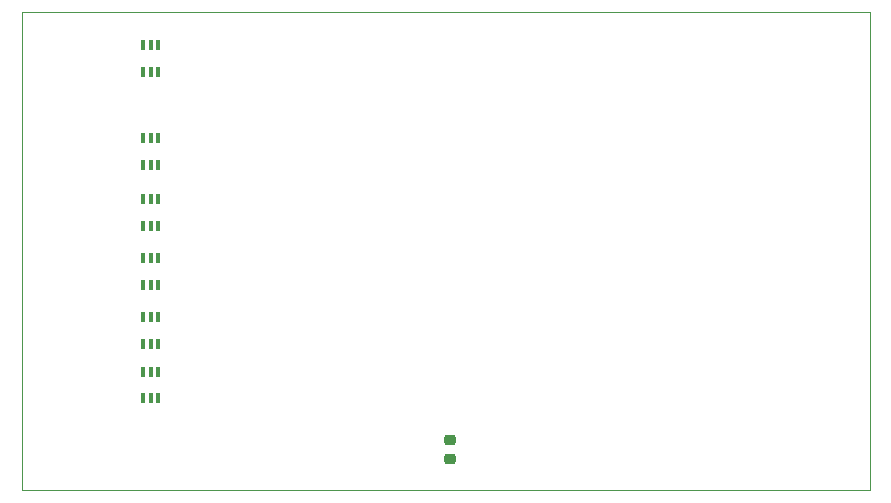
<source format=gbr>
%TF.GenerationSoftware,KiCad,Pcbnew,9.0.5-1.fc42*%
%TF.CreationDate,2025-11-11T18:34:47+01:00*%
%TF.ProjectId,bioamplifier,62696f61-6d70-46c6-9966-6965722e6b69,rev?*%
%TF.SameCoordinates,Original*%
%TF.FileFunction,Paste,Bot*%
%TF.FilePolarity,Positive*%
%FSLAX46Y46*%
G04 Gerber Fmt 4.6, Leading zero omitted, Abs format (unit mm)*
G04 Created by KiCad (PCBNEW 9.0.5-1.fc42) date 2025-11-11 18:34:47*
%MOMM*%
%LPD*%
G01*
G04 APERTURE LIST*
G04 Aperture macros list*
%AMRoundRect*
0 Rectangle with rounded corners*
0 $1 Rounding radius*
0 $2 $3 $4 $5 $6 $7 $8 $9 X,Y pos of 4 corners*
0 Add a 4 corners polygon primitive as box body*
4,1,4,$2,$3,$4,$5,$6,$7,$8,$9,$2,$3,0*
0 Add four circle primitives for the rounded corners*
1,1,$1+$1,$2,$3*
1,1,$1+$1,$4,$5*
1,1,$1+$1,$6,$7*
1,1,$1+$1,$8,$9*
0 Add four rect primitives between the rounded corners*
20,1,$1+$1,$2,$3,$4,$5,0*
20,1,$1+$1,$4,$5,$6,$7,0*
20,1,$1+$1,$6,$7,$8,$9,0*
20,1,$1+$1,$8,$9,$2,$3,0*%
G04 Aperture macros list end*
%ADD10RoundRect,0.225000X-0.250000X0.225000X-0.250000X-0.225000X0.250000X-0.225000X0.250000X0.225000X0*%
%ADD11R,0.355600X0.850900*%
%TA.AperFunction,Profile*%
%ADD12C,0.100000*%
%TD*%
G04 APERTURE END LIST*
D10*
%TO.C,C45*%
X86862500Y-108312500D03*
X86862500Y-109862500D03*
%TD*%
D11*
%TO.C,U9*%
X62149999Y-104773300D03*
X61500000Y-104773300D03*
X60850001Y-104773300D03*
X60850001Y-102500000D03*
X61500000Y-102500000D03*
X62149999Y-102500000D03*
%TD*%
%TO.C,U2*%
X62149999Y-85000000D03*
X61500000Y-85000000D03*
X60850001Y-85000000D03*
X60850001Y-82726700D03*
X61500000Y-82726700D03*
X62149999Y-82726700D03*
%TD*%
%TO.C,U10*%
X62149999Y-95136650D03*
X61500000Y-95136650D03*
X60850001Y-95136650D03*
X60850001Y-92863350D03*
X61500000Y-92863350D03*
X62149999Y-92863350D03*
%TD*%
%TO.C,U4*%
X62149999Y-100136650D03*
X61500000Y-100136650D03*
X60850001Y-100136650D03*
X60850001Y-97863350D03*
X61500000Y-97863350D03*
X62149999Y-97863350D03*
%TD*%
%TO.C,U3*%
X62149999Y-90136650D03*
X61500000Y-90136650D03*
X60850001Y-90136650D03*
X60850001Y-87863350D03*
X61500000Y-87863350D03*
X62149999Y-87863350D03*
%TD*%
%TO.C,U5*%
X60850001Y-74863350D03*
X61500000Y-74863350D03*
X62149999Y-74863350D03*
X62149999Y-77136650D03*
X61500000Y-77136650D03*
X60850001Y-77136650D03*
%TD*%
D12*
X50601596Y-72042903D02*
X122375000Y-72042903D01*
X122375000Y-112556276D01*
X50601596Y-112556276D01*
X50601596Y-72042903D01*
M02*

</source>
